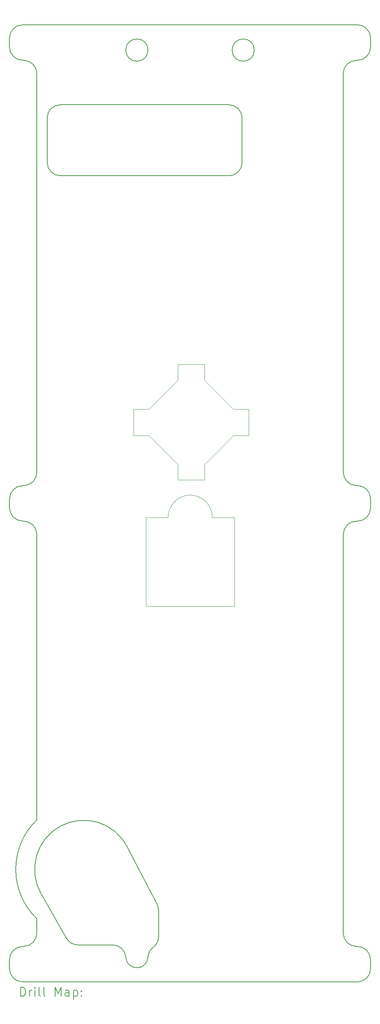
<source format=gbr>
%TF.GenerationSoftware,KiCad,Pcbnew,9.0.1*%
%TF.CreationDate,2025-04-22T22:29:05-07:00*%
%TF.ProjectId,Stationary_X_Panel,53746174-696f-46e6-9172-795f585f5061,1.6*%
%TF.SameCoordinates,Original*%
%TF.FileFunction,Drillmap*%
%TF.FilePolarity,Positive*%
%FSLAX45Y45*%
G04 Gerber Fmt 4.5, Leading zero omitted, Abs format (unit mm)*
G04 Created by KiCad (PCBNEW 9.0.1) date 2025-04-22 22:29:05*
%MOMM*%
%LPD*%
G01*
G04 APERTURE LIST*
%ADD10C,0.200000*%
%ADD11C,0.100000*%
G04 APERTURE END LIST*
D10*
X8250000Y-4100000D02*
X8250000Y-5100000D01*
X8250000Y-5100000D02*
G75*
G02*
X7950000Y-5400000I-300000J0D01*
G01*
D11*
X6150000Y-11250000D02*
X6800000Y-11900000D01*
X7400000Y-11900000D02*
X7400000Y-12250000D01*
D10*
X8525000Y-2570000D02*
G75*
G02*
X8025000Y-2570000I-250000J0D01*
G01*
X8025000Y-2570000D02*
G75*
G02*
X8525000Y-2570000I250000J0D01*
G01*
D11*
X6800000Y-12250000D02*
X7400000Y-12250000D01*
D10*
X10532500Y-22450000D02*
X10532500Y-13475000D01*
X10850000Y-12375000D02*
G75*
G02*
X11150000Y-12675000I0J-300000D01*
G01*
X4283606Y-22564417D02*
X3713209Y-21567021D01*
X3300000Y-2800000D02*
X3317500Y-2800000D01*
X6365000Y-21943583D02*
X6365000Y-22528990D01*
X11150000Y-23250000D02*
X11150000Y-23050000D01*
X3617500Y-22127500D02*
X3617500Y-22450000D01*
D11*
X6800000Y-11900000D02*
X6800000Y-12250000D01*
D10*
X11150000Y-12875000D02*
G75*
G02*
X10850000Y-13175000I-300000J0D01*
G01*
D11*
X7400000Y-11900000D02*
X8050000Y-11250000D01*
D10*
X3000000Y-23050000D02*
G75*
G02*
X3300000Y-22750000I300000J0D01*
G01*
X6124638Y-22993448D02*
G75*
G02*
X6244604Y-22769290I299622J-16172D01*
G01*
X10532500Y-3100000D02*
G75*
G02*
X10832500Y-2800000I300000J0D01*
G01*
X3617500Y-22450000D02*
G75*
G02*
X3317500Y-22750000I-300000J0D01*
G01*
X4150000Y-3800000D02*
X7950000Y-3800000D01*
X3300000Y-23550000D02*
G75*
G02*
X3000000Y-23250000I0J300000D01*
G01*
X10532500Y-13475000D02*
G75*
G02*
X10832500Y-13175000I300000J0D01*
G01*
D11*
X6078500Y-15089500D02*
X6078500Y-13089500D01*
D10*
X11150000Y-2500000D02*
X11150000Y-2300000D01*
X10850000Y-2000000D02*
G75*
G02*
X11150000Y-2300000I0J-300000D01*
G01*
X3300000Y-2800000D02*
G75*
G02*
X3000000Y-2500000I0J300000D01*
G01*
D11*
X7400000Y-9650000D02*
X6800000Y-9650000D01*
D10*
X10850000Y-22750000D02*
G75*
G02*
X11150000Y-23050000I0J-300000D01*
G01*
X10850000Y-12375000D02*
X10832500Y-12375000D01*
X3000000Y-12675000D02*
X3000000Y-12875000D01*
X3317500Y-12375000D02*
X3300000Y-12375000D01*
X10832500Y-22750000D02*
G75*
G02*
X10532500Y-22450000I0J300000D01*
G01*
D11*
X6800000Y-10000000D02*
X6150000Y-10650000D01*
D10*
X3000000Y-2300000D02*
G75*
G02*
X3300000Y-2000000I300000J0D01*
G01*
D11*
X8400000Y-11250000D02*
X8400000Y-10650000D01*
X6578500Y-13089500D02*
G75*
G02*
X7578500Y-13089500I500000J0D01*
G01*
D10*
X10832500Y-13175000D02*
X10850000Y-13175000D01*
X10832500Y-12375000D02*
G75*
G02*
X10532500Y-12075000I0J300000D01*
G01*
X10832500Y-2800000D02*
X10850000Y-2800000D01*
X3300000Y-13175000D02*
G75*
G02*
X3000000Y-12875000I0J300000D01*
G01*
X7950000Y-3800000D02*
G75*
G02*
X8250000Y-4100000I0J-300000D01*
G01*
X6365000Y-22528990D02*
G75*
G02*
X6244602Y-22769288I-300000J0D01*
G01*
X7950000Y-5400000D02*
X4150000Y-5400000D01*
D11*
X6800000Y-10000000D02*
X6800000Y-9650000D01*
D10*
X4150000Y-5400000D02*
G75*
G02*
X3850000Y-5100000I0J300000D01*
G01*
D11*
X5800000Y-11250000D02*
X5800000Y-10650000D01*
D10*
X6124638Y-22993448D02*
G75*
G02*
X5625521Y-22996130I-249638J13448D01*
G01*
X3850000Y-4100000D02*
G75*
G02*
X4150000Y-3800000I300000J0D01*
G01*
X3617500Y-12075000D02*
G75*
G02*
X3317500Y-12375000I-300000J0D01*
G01*
X10850000Y-22750000D02*
X10832500Y-22750000D01*
X3617500Y-3100000D02*
X3617500Y-12075000D01*
X11150000Y-12875000D02*
X11150000Y-12675000D01*
X3317500Y-13175000D02*
G75*
G02*
X3617500Y-13475000I0J-300000D01*
G01*
D11*
X8078500Y-13089500D02*
X8078500Y-15089500D01*
X7578500Y-13089500D02*
X8078500Y-13089500D01*
D10*
X3317500Y-22750000D02*
X3300000Y-22750000D01*
X3000000Y-2300000D02*
X3000000Y-2500000D01*
X10532500Y-12075000D02*
X10532500Y-3100000D01*
X5326146Y-22715486D02*
G75*
G02*
X5625521Y-22996130I24J-299974D01*
G01*
X11150000Y-2500000D02*
G75*
G02*
X10850000Y-2800000I-300000J0D01*
G01*
D11*
X6078500Y-13089500D02*
X6578500Y-13089500D01*
D10*
X6125000Y-2570000D02*
G75*
G02*
X5625000Y-2570000I-250000J0D01*
G01*
X5625000Y-2570000D02*
G75*
G02*
X6125000Y-2570000I250000J0D01*
G01*
X5326146Y-22715486D02*
X4544028Y-22715486D01*
D11*
X7400000Y-10000000D02*
X7400000Y-9650000D01*
D10*
X4544028Y-22715486D02*
G75*
G02*
X4283605Y-22564418I2J300006D01*
G01*
X3850000Y-4100000D02*
X3850000Y-5100000D01*
D11*
X8078500Y-15089500D02*
X6078500Y-15089500D01*
X8050000Y-10650000D02*
X7400000Y-10000000D01*
X8050000Y-10650000D02*
X8400000Y-10650000D01*
D10*
X5658777Y-20507316D02*
X6331375Y-21805581D01*
X6331375Y-21805581D02*
G75*
G02*
X6365002Y-21943583I-266425J-138019D01*
G01*
D11*
X5800000Y-10650000D02*
X6150000Y-10650000D01*
D10*
X3000000Y-23050000D02*
X3000000Y-23250000D01*
X3317500Y-2800000D02*
G75*
G02*
X3617500Y-3100000I0J-300000D01*
G01*
X10850000Y-2000000D02*
X3300000Y-2000000D01*
D11*
X8050000Y-11250000D02*
X8400000Y-11250000D01*
X5800000Y-11250000D02*
X6150000Y-11250000D01*
D10*
X3713209Y-21567021D02*
G75*
G02*
X5658777Y-20507316I961791J550035D01*
G01*
X11150000Y-23250000D02*
G75*
G02*
X10850000Y-23550000I-300000J0D01*
G01*
X3300000Y-13175000D02*
X3317500Y-13175000D01*
X3617500Y-22127500D02*
G75*
G02*
X3617500Y-19900000I1064676J1113750D01*
G01*
X3300000Y-23550000D02*
X10850000Y-23550000D01*
X3617500Y-13475000D02*
X3617500Y-19900000D01*
X3000000Y-12675000D02*
G75*
G02*
X3300000Y-12375000I300000J0D01*
G01*
X3250777Y-23871484D02*
X3250777Y-23671484D01*
X3250777Y-23671484D02*
X3298396Y-23671484D01*
X3298396Y-23671484D02*
X3326967Y-23681008D01*
X3326967Y-23681008D02*
X3346015Y-23700055D01*
X3346015Y-23700055D02*
X3355539Y-23719103D01*
X3355539Y-23719103D02*
X3365062Y-23757198D01*
X3365062Y-23757198D02*
X3365062Y-23785769D01*
X3365062Y-23785769D02*
X3355539Y-23823865D01*
X3355539Y-23823865D02*
X3346015Y-23842912D01*
X3346015Y-23842912D02*
X3326967Y-23861960D01*
X3326967Y-23861960D02*
X3298396Y-23871484D01*
X3298396Y-23871484D02*
X3250777Y-23871484D01*
X3450777Y-23871484D02*
X3450777Y-23738150D01*
X3450777Y-23776246D02*
X3460301Y-23757198D01*
X3460301Y-23757198D02*
X3469824Y-23747674D01*
X3469824Y-23747674D02*
X3488872Y-23738150D01*
X3488872Y-23738150D02*
X3507920Y-23738150D01*
X3574586Y-23871484D02*
X3574586Y-23738150D01*
X3574586Y-23671484D02*
X3565062Y-23681008D01*
X3565062Y-23681008D02*
X3574586Y-23690531D01*
X3574586Y-23690531D02*
X3584110Y-23681008D01*
X3584110Y-23681008D02*
X3574586Y-23671484D01*
X3574586Y-23671484D02*
X3574586Y-23690531D01*
X3698396Y-23871484D02*
X3679348Y-23861960D01*
X3679348Y-23861960D02*
X3669824Y-23842912D01*
X3669824Y-23842912D02*
X3669824Y-23671484D01*
X3803158Y-23871484D02*
X3784110Y-23861960D01*
X3784110Y-23861960D02*
X3774586Y-23842912D01*
X3774586Y-23842912D02*
X3774586Y-23671484D01*
X4031729Y-23871484D02*
X4031729Y-23671484D01*
X4031729Y-23671484D02*
X4098396Y-23814341D01*
X4098396Y-23814341D02*
X4165062Y-23671484D01*
X4165062Y-23671484D02*
X4165062Y-23871484D01*
X4346015Y-23871484D02*
X4346015Y-23766722D01*
X4346015Y-23766722D02*
X4336491Y-23747674D01*
X4336491Y-23747674D02*
X4317444Y-23738150D01*
X4317444Y-23738150D02*
X4279348Y-23738150D01*
X4279348Y-23738150D02*
X4260301Y-23747674D01*
X4346015Y-23861960D02*
X4326967Y-23871484D01*
X4326967Y-23871484D02*
X4279348Y-23871484D01*
X4279348Y-23871484D02*
X4260301Y-23861960D01*
X4260301Y-23861960D02*
X4250777Y-23842912D01*
X4250777Y-23842912D02*
X4250777Y-23823865D01*
X4250777Y-23823865D02*
X4260301Y-23804817D01*
X4260301Y-23804817D02*
X4279348Y-23795293D01*
X4279348Y-23795293D02*
X4326967Y-23795293D01*
X4326967Y-23795293D02*
X4346015Y-23785769D01*
X4441253Y-23738150D02*
X4441253Y-23938150D01*
X4441253Y-23747674D02*
X4460301Y-23738150D01*
X4460301Y-23738150D02*
X4498396Y-23738150D01*
X4498396Y-23738150D02*
X4517444Y-23747674D01*
X4517444Y-23747674D02*
X4526967Y-23757198D01*
X4526967Y-23757198D02*
X4536491Y-23776246D01*
X4536491Y-23776246D02*
X4536491Y-23833388D01*
X4536491Y-23833388D02*
X4526967Y-23852436D01*
X4526967Y-23852436D02*
X4517444Y-23861960D01*
X4517444Y-23861960D02*
X4498396Y-23871484D01*
X4498396Y-23871484D02*
X4460301Y-23871484D01*
X4460301Y-23871484D02*
X4441253Y-23861960D01*
X4622205Y-23852436D02*
X4631729Y-23861960D01*
X4631729Y-23861960D02*
X4622205Y-23871484D01*
X4622205Y-23871484D02*
X4612682Y-23861960D01*
X4612682Y-23861960D02*
X4622205Y-23852436D01*
X4622205Y-23852436D02*
X4622205Y-23871484D01*
X4622205Y-23747674D02*
X4631729Y-23757198D01*
X4631729Y-23757198D02*
X4622205Y-23766722D01*
X4622205Y-23766722D02*
X4612682Y-23757198D01*
X4612682Y-23757198D02*
X4622205Y-23747674D01*
X4622205Y-23747674D02*
X4622205Y-23766722D01*
M02*

</source>
